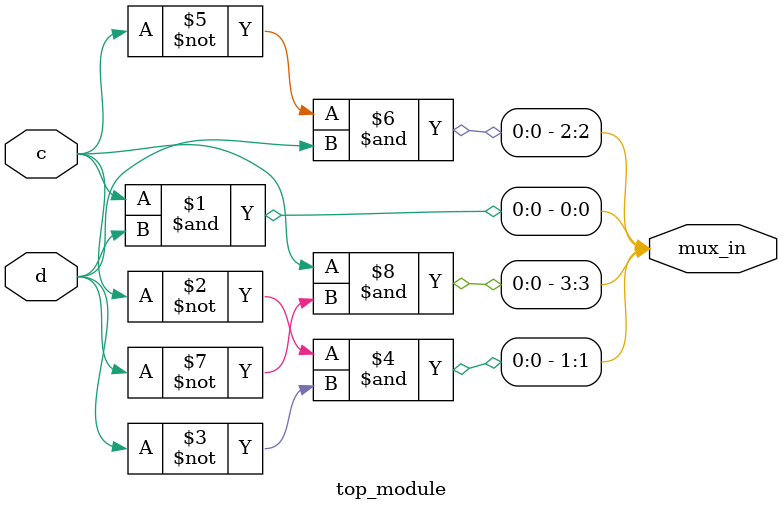
<source format=sv>
module top_module (
	input c,
	input d,
	output [3:0] mux_in
);

assign mux_in[0] = c & d;
assign mux_in[1] = ~c & ~d;
assign mux_in[2] = ~c & d;
assign mux_in[3] = c & ~d;

endmodule

</source>
